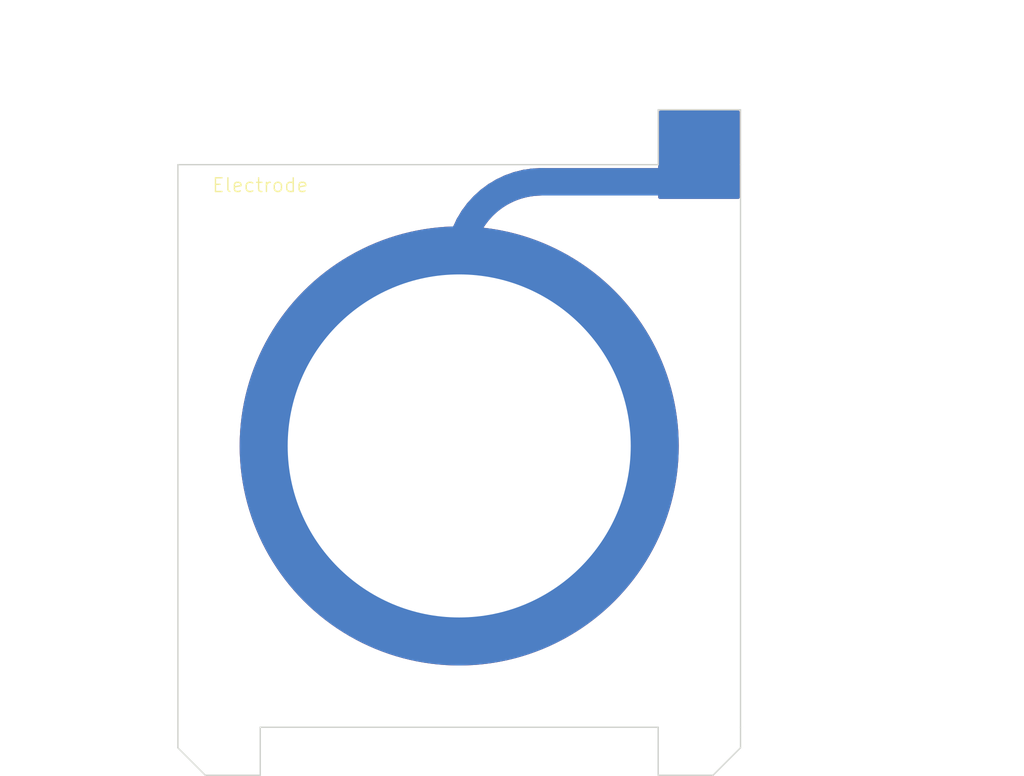
<source format=kicad_pcb>
(kicad_pcb (version 20171130) (host pcbnew "(5.1.5-0)")

  (general
    (thickness 1.6)
    (drawings 21)
    (tracks 40)
    (zones 0)
    (modules 1)
    (nets 2)
  )

  (page A4)
  (layers
    (0 F.Cu signal)
    (31 B.Cu signal)
    (32 B.Adhes user)
    (33 F.Adhes user)
    (34 B.Paste user)
    (35 F.Paste user)
    (36 B.SilkS user)
    (37 F.SilkS user)
    (38 B.Mask user)
    (39 F.Mask user)
    (40 Dwgs.User user)
    (41 Cmts.User user)
    (42 Eco1.User user)
    (43 Eco2.User user)
    (44 Edge.Cuts user)
    (45 Margin user)
    (46 B.CrtYd user)
    (47 F.CrtYd user)
    (48 B.Fab user)
    (49 F.Fab user)
  )

  (setup
    (last_trace_width 0.25)
    (user_trace_width 1.5)
    (user_trace_width 2)
    (trace_clearance 0.2)
    (zone_clearance 0)
    (zone_45_only no)
    (trace_min 0.2)
    (via_size 0.8)
    (via_drill 0.4)
    (via_min_size 0.4)
    (via_min_drill 0.3)
    (uvia_size 0.3)
    (uvia_drill 0.1)
    (uvias_allowed no)
    (uvia_min_size 0.2)
    (uvia_min_drill 0.1)
    (edge_width 0.05)
    (segment_width 0.2)
    (pcb_text_width 0.3)
    (pcb_text_size 1.5 1.5)
    (mod_edge_width 0.12)
    (mod_text_size 1 1)
    (mod_text_width 0.15)
    (pad_size 6 5)
    (pad_drill 0)
    (pad_to_mask_clearance 0.051)
    (solder_mask_min_width 0.25)
    (aux_axis_origin 0 0)
    (visible_elements FFFFFF7F)
    (pcbplotparams
      (layerselection 0x010fc_ffffffff)
      (usegerberextensions true)
      (usegerberattributes false)
      (usegerberadvancedattributes false)
      (creategerberjobfile false)
      (excludeedgelayer true)
      (linewidth 0.100000)
      (plotframeref false)
      (viasonmask false)
      (mode 1)
      (useauxorigin false)
      (hpglpennumber 1)
      (hpglpenspeed 20)
      (hpglpendiameter 15.000000)
      (psnegative false)
      (psa4output false)
      (plotreference true)
      (plotvalue true)
      (plotinvisibletext false)
      (padsonsilk false)
      (subtractmaskfromsilk false)
      (outputformat 1)
      (mirror false)
      (drillshape 0)
      (scaleselection 1)
      (outputdirectory "../../../../../../Desktop/GERBER_IMS_1/Electrodes/"))
  )

  (net 0 "")
  (net 1 GND)

  (net_class Default "Ceci est la Netclass par défaut."
    (clearance 0.2)
    (trace_width 0.25)
    (via_dia 0.8)
    (via_drill 0.4)
    (uvia_dia 0.3)
    (uvia_drill 0.1)
    (add_net GND)
  )

  (module Connector:Electrode_hole (layer F.Cu) (tedit 5EDA7D97) (tstamp 5EE3F8CC)
    (at 80.5 105.5)
    (path /5EE3BCA8)
    (fp_text reference J1 (at 0 9) (layer F.SilkS) hide
      (effects (font (size 1 1) (thickness 0.15)))
    )
    (fp_text value Conn_01x01_Female (at -1 5) (layer F.Fab) hide
      (effects (font (size 1 1) (thickness 0.15)))
    )
    (pad 1 thru_hole circle (at 0 0) (size 32 32) (drill 25) (layers *.Cu *.Mask)
      (net 1 GND))
  )

  (gr_poly (pts (xy 100.9 85.4) (xy 95.1 85.4) (xy 95.1 81.1) (xy 100.9 81.1)) (layer B.Mask) (width 0.1) (tstamp 5EF7769B))
  (gr_poly (pts (xy 100.9 85.4) (xy 95.1 85.4) (xy 95.1 81.1) (xy 100.9 81.1)) (layer F.Mask) (width 0.1))
  (gr_text Electrode (at 66 86.5) (layer F.SilkS)
    (effects (font (size 1 1) (thickness 0.1)))
  )
  (dimension 4 (width 0.12) (layer Dwgs.User)
    (gr_text "4,000 mm" (at 111.27 83 270) (layer Dwgs.User)
      (effects (font (size 1 1) (thickness 0.15)))
    )
    (feature1 (pts (xy 101 85) (xy 110.586421 85)))
    (feature2 (pts (xy 101 81) (xy 110.586421 81)))
    (crossbar (pts (xy 110 81) (xy 110 85)))
    (arrow1a (pts (xy 110 85) (xy 109.413579 83.873496)))
    (arrow1b (pts (xy 110 85) (xy 110.586421 83.873496)))
    (arrow2a (pts (xy 110 81) (xy 109.413579 82.126504)))
    (arrow2b (pts (xy 110 81) (xy 110.586421 82.126504)))
  )
  (dimension 3.5 (width 0.12) (layer Dwgs.User)
    (gr_text "3,500 mm" (at 120.27 127.75 270) (layer Dwgs.User)
      (effects (font (size 1 1) (thickness 0.15)))
    )
    (feature1 (pts (xy 101 129.5) (xy 119.586421 129.5)))
    (feature2 (pts (xy 101 126) (xy 119.586421 126)))
    (crossbar (pts (xy 119 126) (xy 119 129.5)))
    (arrow1a (pts (xy 119 129.5) (xy 118.413579 128.373496)))
    (arrow1b (pts (xy 119 129.5) (xy 119.586421 128.373496)))
    (arrow2a (pts (xy 119 126) (xy 118.413579 127.126504)))
    (arrow2b (pts (xy 119 126) (xy 119.586421 127.126504)))
  )
  (dimension 41 (width 0.12) (layer Dwgs.User)
    (gr_text "41,000 mm" (at 80.5 73.73) (layer Dwgs.User)
      (effects (font (size 1 1) (thickness 0.15)))
    )
    (feature1 (pts (xy 101 85) (xy 101 74.413579)))
    (feature2 (pts (xy 60 85) (xy 60 74.413579)))
    (crossbar (pts (xy 60 75) (xy 101 75)))
    (arrow1a (pts (xy 101 75) (xy 99.873496 75.586421)))
    (arrow1b (pts (xy 101 75) (xy 99.873496 74.413579)))
    (arrow2a (pts (xy 60 75) (xy 61.126504 75.586421)))
    (arrow2b (pts (xy 60 75) (xy 61.126504 74.413579)))
  )
  (dimension 41 (width 0.12) (layer Dwgs.User)
    (gr_text "41,000 mm" (at 50.73 105.5 270) (layer Dwgs.User)
      (effects (font (size 1 1) (thickness 0.15)))
    )
    (feature1 (pts (xy 60 126) (xy 51.413579 126)))
    (feature2 (pts (xy 60 85) (xy 51.413579 85)))
    (crossbar (pts (xy 52 85) (xy 52 126)))
    (arrow1a (pts (xy 52 126) (xy 51.413579 124.873496)))
    (arrow1b (pts (xy 52 126) (xy 52.586421 124.873496)))
    (arrow2a (pts (xy 52 85) (xy 51.413579 86.126504)))
    (arrow2b (pts (xy 52 85) (xy 52.586421 86.126504)))
  )
  (gr_line (start 60 127.5) (end 62 129.5) (layer Edge.Cuts) (width 0.1))
  (gr_line (start 99 129.5) (end 101 127.5) (layer Edge.Cuts) (width 0.1))
  (gr_line (start 66 126) (end 66 129.5) (layer Edge.Cuts) (width 0.1))
  (gr_line (start 66 129.5) (end 62 129.5) (layer Edge.Cuts) (width 0.1))
  (gr_line (start 101 126) (end 101 127.5) (layer Edge.Cuts) (width 0.1))
  (gr_line (start 95 129.5) (end 95 126) (layer Edge.Cuts) (width 0.1))
  (gr_line (start 99 129.5) (end 95 129.5) (layer Edge.Cuts) (width 0.1))
  (gr_line (start 101 81) (end 101 85) (layer Edge.Cuts) (width 0.1))
  (gr_line (start 95 81) (end 101 81) (layer Edge.Cuts) (width 0.1))
  (gr_line (start 95 85) (end 95 81) (layer Edge.Cuts) (width 0.1))
  (gr_line (start 101 85) (end 101 126) (layer Edge.Cuts) (width 0.1))
  (gr_line (start 60 85) (end 95 85) (layer Edge.Cuts) (width 0.1))
  (gr_line (start 60 127.5) (end 60 85) (layer Edge.Cuts) (width 0.1))
  (gr_line (start 95 126) (end 66 126) (layer Edge.Cuts) (width 0.1))

  (segment (start 80.5 91) (end 80.5 105.5) (width 1.5) (layer F.Cu) (net 1))
  (segment (start 80.5 91) (end 80.5 105.5) (width 1.5) (layer B.Cu) (net 1))
  (segment (start 95.517771 86.25001) (end 97.267781 84.5) (width 2) (layer F.Cu) (net 1))
  (segment (start 80.5 92.25001) (end 80.5 105.5) (width 2) (layer F.Cu) (net 1))
  (segment (start 80.5 92.25001) (end 80.528891 91.661907) (width 2) (layer F.Cu) (net 1) (tstamp D9))
  (segment (start 80.528891 91.661907) (end 80.615288 91.079468) (width 2) (layer F.Cu) (net 1) (tstamp D9))
  (segment (start 80.615288 91.079468) (end 80.758357 90.508301) (width 2) (layer F.Cu) (net 1) (tstamp D9))
  (segment (start 80.758357 90.508301) (end 80.956722 89.953909) (width 2) (layer F.Cu) (net 1) (tstamp D9))
  (segment (start 80.956722 89.953909) (end 81.208472 89.421629) (width 2) (layer F.Cu) (net 1) (tstamp D9))
  (segment (start 81.208472 89.421629) (end 81.511182 88.916588) (width 2) (layer F.Cu) (net 1) (tstamp D9))
  (segment (start 81.511182 88.916588) (end 81.861937 88.44365) (width 2) (layer F.Cu) (net 1) (tstamp D9))
  (segment (start 81.861937 88.44365) (end 82.257359 88.007369) (width 2) (layer F.Cu) (net 1) (tstamp D9))
  (segment (start 82.257359 88.007369) (end 82.69364 87.611947) (width 2) (layer F.Cu) (net 1) (tstamp D9))
  (segment (start 82.69364 87.611947) (end 83.166578 87.261192) (width 2) (layer F.Cu) (net 1) (tstamp D9))
  (segment (start 83.166578 87.261192) (end 83.671619 86.958482) (width 2) (layer F.Cu) (net 1) (tstamp D9))
  (segment (start 83.671619 86.958482) (end 84.203899 86.706732) (width 2) (layer F.Cu) (net 1) (tstamp D9))
  (segment (start 84.203899 86.706732) (end 84.758291 86.508367) (width 2) (layer F.Cu) (net 1) (tstamp D9))
  (segment (start 84.758291 86.508367) (end 85.329458 86.365298) (width 2) (layer F.Cu) (net 1) (tstamp D9))
  (segment (start 85.329458 86.365298) (end 85.911897 86.278901) (width 2) (layer F.Cu) (net 1) (tstamp D9))
  (segment (start 85.911897 86.278901) (end 86.5 86.25001) (width 2) (layer F.Cu) (net 1) (tstamp D9))
  (segment (start 86.5 86.25001) (end 95.517771 86.25001) (width 2) (layer F.Cu) (net 1))
  (segment (start 96.24999 86.25001) (end 98 84.5) (width 2) (layer B.Cu) (net 1))
  (segment (start 80.5 92.25001) (end 80.5 105.5) (width 2) (layer B.Cu) (net 1))
  (segment (start 80.5 92.25001) (end 80.528891 91.661907) (width 2) (layer B.Cu) (net 1) (tstamp D9))
  (segment (start 80.528891 91.661907) (end 80.615288 91.079468) (width 2) (layer B.Cu) (net 1) (tstamp D9))
  (segment (start 80.615288 91.079468) (end 80.758357 90.508301) (width 2) (layer B.Cu) (net 1) (tstamp D9))
  (segment (start 80.758357 90.508301) (end 80.956722 89.953909) (width 2) (layer B.Cu) (net 1) (tstamp D9))
  (segment (start 80.956722 89.953909) (end 81.208472 89.421629) (width 2) (layer B.Cu) (net 1) (tstamp D9))
  (segment (start 81.208472 89.421629) (end 81.511182 88.916588) (width 2) (layer B.Cu) (net 1) (tstamp D9))
  (segment (start 81.511182 88.916588) (end 81.861937 88.44365) (width 2) (layer B.Cu) (net 1) (tstamp D9))
  (segment (start 81.861937 88.44365) (end 82.257359 88.007369) (width 2) (layer B.Cu) (net 1) (tstamp D9))
  (segment (start 82.257359 88.007369) (end 82.69364 87.611947) (width 2) (layer B.Cu) (net 1) (tstamp D9))
  (segment (start 82.69364 87.611947) (end 83.166578 87.261192) (width 2) (layer B.Cu) (net 1) (tstamp D9))
  (segment (start 83.166578 87.261192) (end 83.671619 86.958482) (width 2) (layer B.Cu) (net 1) (tstamp D9))
  (segment (start 83.671619 86.958482) (end 84.203899 86.706732) (width 2) (layer B.Cu) (net 1) (tstamp D9))
  (segment (start 84.203899 86.706732) (end 84.758291 86.508367) (width 2) (layer B.Cu) (net 1) (tstamp D9))
  (segment (start 84.758291 86.508367) (end 85.329458 86.365298) (width 2) (layer B.Cu) (net 1) (tstamp D9))
  (segment (start 85.329458 86.365298) (end 85.911897 86.278901) (width 2) (layer B.Cu) (net 1) (tstamp D9))
  (segment (start 85.911897 86.278901) (end 86.5 86.25001) (width 2) (layer B.Cu) (net 1) (tstamp D9))
  (segment (start 86.5 86.25001) (end 96.24999 86.25001) (width 2) (layer B.Cu) (net 1))

  (zone (net 1) (net_name GND) (layer F.Cu) (tstamp 5EE3A41D) (hatch edge 0.508)
    (connect_pads (clearance 0))
    (min_thickness 0.254)
    (fill yes (arc_segments 32) (thermal_gap 0.508) (thermal_bridge_width 0.508))
    (polygon
      (pts
        (xy 101 87.5) (xy 95 87.5) (xy 95 81) (xy 101 81)
      )
    )
    (filled_polygon
      (pts
        (xy 100.823001 84.991299) (xy 100.823 84.991309) (xy 100.823 87.373) (xy 95.127 87.373) (xy 95.127 85.124256)
        (xy 95.147882 85.098811) (xy 95.164318 85.068063) (xy 95.174439 85.034698) (xy 95.177856 85) (xy 95.177 84.991308)
        (xy 95.177 81.177) (xy 100.823 81.177)
      )
    )
  )
  (zone (net 1) (net_name GND) (layer B.Cu) (tstamp 5EE3A41A) (hatch edge 0.508)
    (connect_pads (clearance 0))
    (min_thickness 0.254)
    (fill yes (arc_segments 32) (thermal_gap 0.508) (thermal_bridge_width 0.508))
    (polygon
      (pts
        (xy 101 87.5) (xy 95 87.5) (xy 95 81) (xy 101 81)
      )
    )
    (filled_polygon
      (pts
        (xy 100.823001 84.991299) (xy 100.823 84.991309) (xy 100.823 87.373) (xy 95.127 87.373) (xy 95.127 85.124256)
        (xy 95.147882 85.098811) (xy 95.164318 85.068063) (xy 95.174439 85.034698) (xy 95.177856 85) (xy 95.177 84.991308)
        (xy 95.177 81.177) (xy 100.823 81.177)
      )
    )
  )
)

</source>
